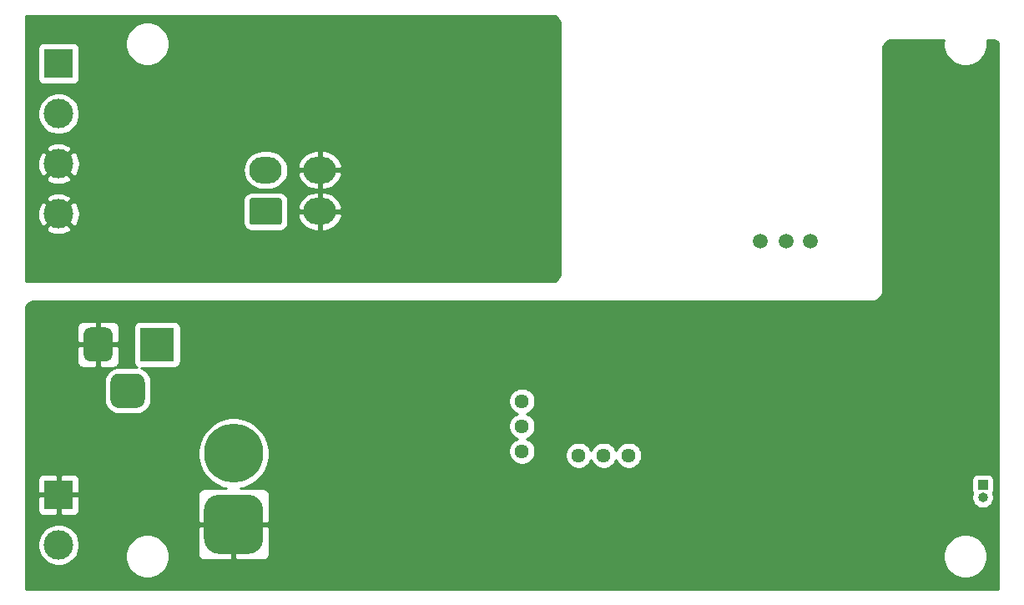
<source format=gbr>
G04 #@! TF.GenerationSoftware,KiCad,Pcbnew,5.1.10-88a1d61d58~90~ubuntu20.04.1*
G04 #@! TF.CreationDate,2021-10-05T00:38:42+01:00*
G04 #@! TF.ProjectId,lipo-discharge-protection-board,6c69706f-2d64-4697-9363-68617267652d,1*
G04 #@! TF.SameCoordinates,Original*
G04 #@! TF.FileFunction,Copper,L4,Bot*
G04 #@! TF.FilePolarity,Positive*
%FSLAX46Y46*%
G04 Gerber Fmt 4.6, Leading zero omitted, Abs format (unit mm)*
G04 Created by KiCad (PCBNEW 5.1.10-88a1d61d58~90~ubuntu20.04.1) date 2021-10-05 00:38:42*
%MOMM*%
%LPD*%
G01*
G04 APERTURE LIST*
G04 #@! TA.AperFunction,ComponentPad*
%ADD10C,3.000000*%
G04 #@! TD*
G04 #@! TA.AperFunction,ComponentPad*
%ADD11R,3.000000X3.000000*%
G04 #@! TD*
G04 #@! TA.AperFunction,ComponentPad*
%ADD12R,3.500000X3.500000*%
G04 #@! TD*
G04 #@! TA.AperFunction,ComponentPad*
%ADD13C,1.500000*%
G04 #@! TD*
G04 #@! TA.AperFunction,ComponentPad*
%ADD14C,6.000000*%
G04 #@! TD*
G04 #@! TA.AperFunction,ComponentPad*
%ADD15O,3.300000X2.700000*%
G04 #@! TD*
G04 #@! TA.AperFunction,ComponentPad*
%ADD16C,1.440000*%
G04 #@! TD*
G04 #@! TA.AperFunction,ComponentPad*
%ADD17R,1.000000X1.000000*%
G04 #@! TD*
G04 #@! TA.AperFunction,ComponentPad*
%ADD18O,1.000000X1.000000*%
G04 #@! TD*
G04 #@! TA.AperFunction,ViaPad*
%ADD19C,0.600000*%
G04 #@! TD*
G04 #@! TA.AperFunction,Conductor*
%ADD20C,0.254000*%
G04 #@! TD*
G04 #@! TA.AperFunction,Conductor*
%ADD21C,0.152400*%
G04 #@! TD*
G04 APERTURE END LIST*
D10*
X4000000Y-51080000D03*
X4000000Y-56160000D03*
D11*
X4000000Y-46000000D03*
D10*
X4000000Y-61240000D03*
D12*
X14000000Y-74500000D03*
G04 #@! TA.AperFunction,ComponentPad*
G36*
G01*
X6500000Y-75500000D02*
X6500000Y-73500000D01*
G75*
G02*
X7250000Y-72750000I750000J0D01*
G01*
X8750000Y-72750000D01*
G75*
G02*
X9500000Y-73500000I0J-750000D01*
G01*
X9500000Y-75500000D01*
G75*
G02*
X8750000Y-76250000I-750000J0D01*
G01*
X7250000Y-76250000D01*
G75*
G02*
X6500000Y-75500000I0J750000D01*
G01*
G37*
G04 #@! TD.AperFunction*
G04 #@! TA.AperFunction,ComponentPad*
G36*
G01*
X9250000Y-80075000D02*
X9250000Y-78325000D01*
G75*
G02*
X10125000Y-77450000I875000J0D01*
G01*
X11875000Y-77450000D01*
G75*
G02*
X12750000Y-78325000I0J-875000D01*
G01*
X12750000Y-80075000D01*
G75*
G02*
X11875000Y-80950000I-875000J0D01*
G01*
X10125000Y-80950000D01*
G75*
G02*
X9250000Y-80075000I0J875000D01*
G01*
G37*
G04 #@! TD.AperFunction*
D13*
X75200000Y-64000000D03*
X77800000Y-64000000D03*
X80300000Y-64000000D03*
D14*
X21750000Y-85550000D03*
G04 #@! TA.AperFunction,ComponentPad*
G36*
G01*
X23250000Y-95750000D02*
X20250000Y-95750000D01*
G75*
G02*
X18750000Y-94250000I0J1500000D01*
G01*
X18750000Y-91250000D01*
G75*
G02*
X20250000Y-89750000I1500000J0D01*
G01*
X23250000Y-89750000D01*
G75*
G02*
X24750000Y-91250000I0J-1500000D01*
G01*
X24750000Y-94250000D01*
G75*
G02*
X23250000Y-95750000I-1500000J0D01*
G01*
G37*
G04 #@! TD.AperFunction*
D11*
X4000000Y-89750000D03*
D10*
X4000000Y-94830000D03*
G04 #@! TA.AperFunction,ComponentPad*
G36*
G01*
X26399999Y-62350000D02*
X23600001Y-62350000D01*
G75*
G02*
X23350000Y-62099999I0J250001D01*
G01*
X23350000Y-59900001D01*
G75*
G02*
X23600001Y-59650000I250001J0D01*
G01*
X26399999Y-59650000D01*
G75*
G02*
X26650000Y-59900001I0J-250001D01*
G01*
X26650000Y-62099999D01*
G75*
G02*
X26399999Y-62350000I-250001J0D01*
G01*
G37*
G04 #@! TD.AperFunction*
D15*
X25000000Y-56800000D03*
X30500000Y-61000000D03*
X30500000Y-56800000D03*
D16*
X51000000Y-80250000D03*
X51000000Y-82790000D03*
X51000000Y-85330000D03*
X56750000Y-85750000D03*
X59290000Y-85750000D03*
X61830000Y-85750000D03*
D17*
X97750000Y-88750000D03*
D18*
X97750000Y-90020000D03*
D19*
X26000000Y-76250000D03*
X26750000Y-76250000D03*
X27500000Y-76250000D03*
X28250000Y-76250000D03*
X28750000Y-77000000D03*
X28000000Y-77000000D03*
X27250000Y-77000000D03*
X26500000Y-77000000D03*
X49000000Y-77000000D03*
X49750000Y-77000000D03*
X50500000Y-77000000D03*
X51250000Y-77000000D03*
X51750000Y-77750000D03*
X51000000Y-77750000D03*
X50250000Y-77750000D03*
X49500000Y-77750000D03*
X33000000Y-86000000D03*
X33000000Y-87000000D03*
X33000000Y-88000000D03*
X37000000Y-86000000D03*
X37000000Y-87000000D03*
X37000000Y-88000000D03*
X41000000Y-86000000D03*
X41000000Y-87000000D03*
X41000000Y-88000000D03*
X44000000Y-86000000D03*
X44000000Y-87000000D03*
X44000000Y-88000000D03*
X47000000Y-86000000D03*
X47000000Y-87000000D03*
X47000000Y-88000000D03*
X58000000Y-90000000D03*
X43000000Y-92000000D03*
X46000000Y-92000000D03*
X54000000Y-91000000D03*
X68500000Y-80000000D03*
X69250000Y-80000000D03*
X70000000Y-80000000D03*
X67750000Y-80000000D03*
X68250000Y-80750000D03*
X69000000Y-80750000D03*
X69750000Y-80750000D03*
X77750000Y-80750000D03*
X78500000Y-80750000D03*
X79250000Y-80750000D03*
X78750000Y-81500000D03*
X78000000Y-81500000D03*
X79500000Y-81500000D03*
X94500000Y-70300000D03*
X95200000Y-70300000D03*
X95900000Y-70300000D03*
X96600000Y-70300000D03*
X96300000Y-69600000D03*
X95600000Y-69600000D03*
X94900000Y-69600000D03*
X94200000Y-69600000D03*
X85000000Y-70500000D03*
X85800000Y-70500000D03*
X86600000Y-70500000D03*
X86200000Y-71100000D03*
X85400000Y-71100000D03*
X86300000Y-75600000D03*
X86300000Y-76400000D03*
X86300000Y-77200000D03*
X86300000Y-78000000D03*
X85600000Y-77500000D03*
X85600000Y-76700000D03*
X85600000Y-75900000D03*
X85600000Y-75100000D03*
X37200000Y-49600000D03*
X38000000Y-49600000D03*
X38800000Y-49600000D03*
X39600000Y-49600000D03*
X39200000Y-50300000D03*
X38400000Y-50300000D03*
X37600000Y-50300000D03*
X36800000Y-50300000D03*
D20*
X93765000Y-43779872D02*
X93765000Y-44220128D01*
X93850890Y-44651925D01*
X94019369Y-45058669D01*
X94263962Y-45424729D01*
X94575271Y-45736038D01*
X94941331Y-45980631D01*
X95348075Y-46149110D01*
X95779872Y-46235000D01*
X96220128Y-46235000D01*
X96651925Y-46149110D01*
X97058669Y-45980631D01*
X97424729Y-45736038D01*
X97736038Y-45424729D01*
X97980631Y-45058669D01*
X98149110Y-44651925D01*
X98235000Y-44220128D01*
X98235000Y-43779872D01*
X98204592Y-43627000D01*
X98743766Y-43627000D01*
X98920189Y-43644376D01*
X99083850Y-43694022D01*
X99234672Y-43774638D01*
X99345950Y-43865962D01*
X99345950Y-45032124D01*
X99345951Y-45032134D01*
X99345950Y-99345950D01*
X700490Y-99345950D01*
X694022Y-99333850D01*
X654050Y-99202080D01*
X654050Y-94619721D01*
X1865000Y-94619721D01*
X1865000Y-95040279D01*
X1947047Y-95452756D01*
X2107988Y-95841302D01*
X2341637Y-96190983D01*
X2639017Y-96488363D01*
X2988698Y-96722012D01*
X3377244Y-96882953D01*
X3789721Y-96965000D01*
X4210279Y-96965000D01*
X4622756Y-96882953D01*
X5011302Y-96722012D01*
X5360983Y-96488363D01*
X5658363Y-96190983D01*
X5892012Y-95841302D01*
X5917457Y-95779872D01*
X10765000Y-95779872D01*
X10765000Y-96220128D01*
X10850890Y-96651925D01*
X11019369Y-97058669D01*
X11263962Y-97424729D01*
X11575271Y-97736038D01*
X11941331Y-97980631D01*
X12348075Y-98149110D01*
X12779872Y-98235000D01*
X13220128Y-98235000D01*
X13651925Y-98149110D01*
X14058669Y-97980631D01*
X14424729Y-97736038D01*
X14736038Y-97424729D01*
X14980631Y-97058669D01*
X15149110Y-96651925D01*
X15235000Y-96220128D01*
X15235000Y-95779872D01*
X15229059Y-95750000D01*
X18111928Y-95750000D01*
X18124188Y-95874482D01*
X18160498Y-95994180D01*
X18219463Y-96104494D01*
X18298815Y-96201185D01*
X18395506Y-96280537D01*
X18505820Y-96339502D01*
X18625518Y-96375812D01*
X18750000Y-96388072D01*
X21464250Y-96385000D01*
X21623000Y-96226250D01*
X21623000Y-92877000D01*
X21877000Y-92877000D01*
X21877000Y-96226250D01*
X22035750Y-96385000D01*
X24750000Y-96388072D01*
X24874482Y-96375812D01*
X24994180Y-96339502D01*
X25104494Y-96280537D01*
X25201185Y-96201185D01*
X25280537Y-96104494D01*
X25339502Y-95994180D01*
X25375812Y-95874482D01*
X25385129Y-95779872D01*
X93765000Y-95779872D01*
X93765000Y-96220128D01*
X93850890Y-96651925D01*
X94019369Y-97058669D01*
X94263962Y-97424729D01*
X94575271Y-97736038D01*
X94941331Y-97980631D01*
X95348075Y-98149110D01*
X95779872Y-98235000D01*
X96220128Y-98235000D01*
X96651925Y-98149110D01*
X97058669Y-97980631D01*
X97424729Y-97736038D01*
X97736038Y-97424729D01*
X97980631Y-97058669D01*
X98149110Y-96651925D01*
X98235000Y-96220128D01*
X98235000Y-95779872D01*
X98149110Y-95348075D01*
X97980631Y-94941331D01*
X97736038Y-94575271D01*
X97424729Y-94263962D01*
X97058669Y-94019369D01*
X96651925Y-93850890D01*
X96220128Y-93765000D01*
X95779872Y-93765000D01*
X95348075Y-93850890D01*
X94941331Y-94019369D01*
X94575271Y-94263962D01*
X94263962Y-94575271D01*
X94019369Y-94941331D01*
X93850890Y-95348075D01*
X93765000Y-95779872D01*
X25385129Y-95779872D01*
X25388072Y-95750000D01*
X25385000Y-93035750D01*
X25226250Y-92877000D01*
X21877000Y-92877000D01*
X21623000Y-92877000D01*
X18273750Y-92877000D01*
X18115000Y-93035750D01*
X18111928Y-95750000D01*
X15229059Y-95750000D01*
X15149110Y-95348075D01*
X14980631Y-94941331D01*
X14736038Y-94575271D01*
X14424729Y-94263962D01*
X14058669Y-94019369D01*
X13651925Y-93850890D01*
X13220128Y-93765000D01*
X12779872Y-93765000D01*
X12348075Y-93850890D01*
X11941331Y-94019369D01*
X11575271Y-94263962D01*
X11263962Y-94575271D01*
X11019369Y-94941331D01*
X10850890Y-95348075D01*
X10765000Y-95779872D01*
X5917457Y-95779872D01*
X6052953Y-95452756D01*
X6135000Y-95040279D01*
X6135000Y-94619721D01*
X6052953Y-94207244D01*
X5892012Y-93818698D01*
X5658363Y-93469017D01*
X5360983Y-93171637D01*
X5011302Y-92937988D01*
X4622756Y-92777047D01*
X4210279Y-92695000D01*
X3789721Y-92695000D01*
X3377244Y-92777047D01*
X2988698Y-92937988D01*
X2639017Y-93171637D01*
X2341637Y-93469017D01*
X2107988Y-93818698D01*
X1947047Y-94207244D01*
X1865000Y-94619721D01*
X654050Y-94619721D01*
X654050Y-91250000D01*
X1861928Y-91250000D01*
X1874188Y-91374482D01*
X1910498Y-91494180D01*
X1969463Y-91604494D01*
X2048815Y-91701185D01*
X2145506Y-91780537D01*
X2255820Y-91839502D01*
X2375518Y-91875812D01*
X2500000Y-91888072D01*
X3714250Y-91885000D01*
X3873000Y-91726250D01*
X3873000Y-89877000D01*
X4127000Y-89877000D01*
X4127000Y-91726250D01*
X4285750Y-91885000D01*
X5500000Y-91888072D01*
X5624482Y-91875812D01*
X5744180Y-91839502D01*
X5854494Y-91780537D01*
X5951185Y-91701185D01*
X6030537Y-91604494D01*
X6089502Y-91494180D01*
X6125812Y-91374482D01*
X6138072Y-91250000D01*
X6135000Y-90035750D01*
X5976250Y-89877000D01*
X4127000Y-89877000D01*
X3873000Y-89877000D01*
X2023750Y-89877000D01*
X1865000Y-90035750D01*
X1861928Y-91250000D01*
X654050Y-91250000D01*
X654050Y-89750000D01*
X18111928Y-89750000D01*
X18115000Y-92464250D01*
X18273750Y-92623000D01*
X21623000Y-92623000D01*
X21623000Y-92603000D01*
X21877000Y-92603000D01*
X21877000Y-92623000D01*
X25226250Y-92623000D01*
X25385000Y-92464250D01*
X25388072Y-89750000D01*
X25375812Y-89625518D01*
X25339502Y-89505820D01*
X25280537Y-89395506D01*
X25201185Y-89298815D01*
X25104494Y-89219463D01*
X24994180Y-89160498D01*
X24874482Y-89124188D01*
X24750000Y-89111928D01*
X22462357Y-89114517D01*
X22810290Y-89045309D01*
X23471818Y-88771295D01*
X24067177Y-88373489D01*
X24190666Y-88250000D01*
X96611928Y-88250000D01*
X96611928Y-89250000D01*
X96624188Y-89374482D01*
X96660498Y-89494180D01*
X96704888Y-89577226D01*
X96658617Y-89688933D01*
X96615000Y-89908212D01*
X96615000Y-90131788D01*
X96658617Y-90351067D01*
X96744176Y-90557624D01*
X96868388Y-90743520D01*
X97026480Y-90901612D01*
X97212376Y-91025824D01*
X97418933Y-91111383D01*
X97638212Y-91155000D01*
X97861788Y-91155000D01*
X98081067Y-91111383D01*
X98287624Y-91025824D01*
X98473520Y-90901612D01*
X98631612Y-90743520D01*
X98755824Y-90557624D01*
X98841383Y-90351067D01*
X98885000Y-90131788D01*
X98885000Y-89908212D01*
X98841383Y-89688933D01*
X98795112Y-89577226D01*
X98839502Y-89494180D01*
X98875812Y-89374482D01*
X98888072Y-89250000D01*
X98888072Y-88250000D01*
X98875812Y-88125518D01*
X98839502Y-88005820D01*
X98780537Y-87895506D01*
X98701185Y-87798815D01*
X98604494Y-87719463D01*
X98494180Y-87660498D01*
X98374482Y-87624188D01*
X98250000Y-87611928D01*
X97250000Y-87611928D01*
X97125518Y-87624188D01*
X97005820Y-87660498D01*
X96895506Y-87719463D01*
X96798815Y-87798815D01*
X96719463Y-87895506D01*
X96660498Y-88005820D01*
X96624188Y-88125518D01*
X96611928Y-88250000D01*
X24190666Y-88250000D01*
X24573489Y-87867177D01*
X24971295Y-87271818D01*
X25245309Y-86610290D01*
X25385000Y-85908016D01*
X25385000Y-85191984D01*
X25245309Y-84489710D01*
X24971295Y-83828182D01*
X24573489Y-83232823D01*
X24067177Y-82726511D01*
X23471818Y-82328705D01*
X22810290Y-82054691D01*
X22108016Y-81915000D01*
X21391984Y-81915000D01*
X20689710Y-82054691D01*
X20028182Y-82328705D01*
X19432823Y-82726511D01*
X18926511Y-83232823D01*
X18528705Y-83828182D01*
X18254691Y-84489710D01*
X18115000Y-85191984D01*
X18115000Y-85908016D01*
X18254691Y-86610290D01*
X18528705Y-87271818D01*
X18926511Y-87867177D01*
X19432823Y-88373489D01*
X20028182Y-88771295D01*
X20689710Y-89045309D01*
X21037643Y-89114517D01*
X18750000Y-89111928D01*
X18625518Y-89124188D01*
X18505820Y-89160498D01*
X18395506Y-89219463D01*
X18298815Y-89298815D01*
X18219463Y-89395506D01*
X18160498Y-89505820D01*
X18124188Y-89625518D01*
X18111928Y-89750000D01*
X654050Y-89750000D01*
X654050Y-88250000D01*
X1861928Y-88250000D01*
X1865000Y-89464250D01*
X2023750Y-89623000D01*
X3873000Y-89623000D01*
X3873000Y-87773750D01*
X4127000Y-87773750D01*
X4127000Y-89623000D01*
X5976250Y-89623000D01*
X6135000Y-89464250D01*
X6138072Y-88250000D01*
X6125812Y-88125518D01*
X6089502Y-88005820D01*
X6030537Y-87895506D01*
X5951185Y-87798815D01*
X5854494Y-87719463D01*
X5744180Y-87660498D01*
X5624482Y-87624188D01*
X5500000Y-87611928D01*
X4285750Y-87615000D01*
X4127000Y-87773750D01*
X3873000Y-87773750D01*
X3714250Y-87615000D01*
X2500000Y-87611928D01*
X2375518Y-87624188D01*
X2255820Y-87660498D01*
X2145506Y-87719463D01*
X2048815Y-87798815D01*
X1969463Y-87895506D01*
X1910498Y-88005820D01*
X1874188Y-88125518D01*
X1861928Y-88250000D01*
X654050Y-88250000D01*
X654050Y-78325000D01*
X8611928Y-78325000D01*
X8611928Y-80075000D01*
X8641001Y-80370186D01*
X8727104Y-80654028D01*
X8866927Y-80915618D01*
X9055097Y-81144903D01*
X9284382Y-81333073D01*
X9545972Y-81472896D01*
X9829814Y-81558999D01*
X10125000Y-81588072D01*
X11875000Y-81588072D01*
X12170186Y-81558999D01*
X12454028Y-81472896D01*
X12715618Y-81333073D01*
X12944903Y-81144903D01*
X13133073Y-80915618D01*
X13272896Y-80654028D01*
X13358999Y-80370186D01*
X13383980Y-80116544D01*
X49645000Y-80116544D01*
X49645000Y-80383456D01*
X49697072Y-80645239D01*
X49799215Y-80891833D01*
X49947503Y-81113762D01*
X50136238Y-81302497D01*
X50358167Y-81450785D01*
X50525266Y-81520000D01*
X50358167Y-81589215D01*
X50136238Y-81737503D01*
X49947503Y-81926238D01*
X49799215Y-82148167D01*
X49697072Y-82394761D01*
X49645000Y-82656544D01*
X49645000Y-82923456D01*
X49697072Y-83185239D01*
X49799215Y-83431833D01*
X49947503Y-83653762D01*
X50136238Y-83842497D01*
X50358167Y-83990785D01*
X50525266Y-84060000D01*
X50358167Y-84129215D01*
X50136238Y-84277503D01*
X49947503Y-84466238D01*
X49799215Y-84688167D01*
X49697072Y-84934761D01*
X49645000Y-85196544D01*
X49645000Y-85463456D01*
X49697072Y-85725239D01*
X49799215Y-85971833D01*
X49947503Y-86193762D01*
X50136238Y-86382497D01*
X50358167Y-86530785D01*
X50604761Y-86632928D01*
X50866544Y-86685000D01*
X51133456Y-86685000D01*
X51395239Y-86632928D01*
X51641833Y-86530785D01*
X51863762Y-86382497D01*
X52052497Y-86193762D01*
X52200785Y-85971833D01*
X52302928Y-85725239D01*
X52324548Y-85616544D01*
X55395000Y-85616544D01*
X55395000Y-85883456D01*
X55447072Y-86145239D01*
X55549215Y-86391833D01*
X55697503Y-86613762D01*
X55886238Y-86802497D01*
X56108167Y-86950785D01*
X56354761Y-87052928D01*
X56616544Y-87105000D01*
X56883456Y-87105000D01*
X57145239Y-87052928D01*
X57391833Y-86950785D01*
X57613762Y-86802497D01*
X57802497Y-86613762D01*
X57950785Y-86391833D01*
X58020000Y-86224734D01*
X58089215Y-86391833D01*
X58237503Y-86613762D01*
X58426238Y-86802497D01*
X58648167Y-86950785D01*
X58894761Y-87052928D01*
X59156544Y-87105000D01*
X59423456Y-87105000D01*
X59685239Y-87052928D01*
X59931833Y-86950785D01*
X60153762Y-86802497D01*
X60342497Y-86613762D01*
X60490785Y-86391833D01*
X60560000Y-86224734D01*
X60629215Y-86391833D01*
X60777503Y-86613762D01*
X60966238Y-86802497D01*
X61188167Y-86950785D01*
X61434761Y-87052928D01*
X61696544Y-87105000D01*
X61963456Y-87105000D01*
X62225239Y-87052928D01*
X62471833Y-86950785D01*
X62693762Y-86802497D01*
X62882497Y-86613762D01*
X63030785Y-86391833D01*
X63132928Y-86145239D01*
X63185000Y-85883456D01*
X63185000Y-85616544D01*
X63132928Y-85354761D01*
X63030785Y-85108167D01*
X62882497Y-84886238D01*
X62693762Y-84697503D01*
X62471833Y-84549215D01*
X62225239Y-84447072D01*
X61963456Y-84395000D01*
X61696544Y-84395000D01*
X61434761Y-84447072D01*
X61188167Y-84549215D01*
X60966238Y-84697503D01*
X60777503Y-84886238D01*
X60629215Y-85108167D01*
X60560000Y-85275266D01*
X60490785Y-85108167D01*
X60342497Y-84886238D01*
X60153762Y-84697503D01*
X59931833Y-84549215D01*
X59685239Y-84447072D01*
X59423456Y-84395000D01*
X59156544Y-84395000D01*
X58894761Y-84447072D01*
X58648167Y-84549215D01*
X58426238Y-84697503D01*
X58237503Y-84886238D01*
X58089215Y-85108167D01*
X58020000Y-85275266D01*
X57950785Y-85108167D01*
X57802497Y-84886238D01*
X57613762Y-84697503D01*
X57391833Y-84549215D01*
X57145239Y-84447072D01*
X56883456Y-84395000D01*
X56616544Y-84395000D01*
X56354761Y-84447072D01*
X56108167Y-84549215D01*
X55886238Y-84697503D01*
X55697503Y-84886238D01*
X55549215Y-85108167D01*
X55447072Y-85354761D01*
X55395000Y-85616544D01*
X52324548Y-85616544D01*
X52355000Y-85463456D01*
X52355000Y-85196544D01*
X52302928Y-84934761D01*
X52200785Y-84688167D01*
X52052497Y-84466238D01*
X51863762Y-84277503D01*
X51641833Y-84129215D01*
X51474734Y-84060000D01*
X51641833Y-83990785D01*
X51863762Y-83842497D01*
X52052497Y-83653762D01*
X52200785Y-83431833D01*
X52302928Y-83185239D01*
X52355000Y-82923456D01*
X52355000Y-82656544D01*
X52302928Y-82394761D01*
X52200785Y-82148167D01*
X52052497Y-81926238D01*
X51863762Y-81737503D01*
X51641833Y-81589215D01*
X51474734Y-81520000D01*
X51641833Y-81450785D01*
X51863762Y-81302497D01*
X52052497Y-81113762D01*
X52200785Y-80891833D01*
X52302928Y-80645239D01*
X52355000Y-80383456D01*
X52355000Y-80116544D01*
X52302928Y-79854761D01*
X52200785Y-79608167D01*
X52052497Y-79386238D01*
X51863762Y-79197503D01*
X51641833Y-79049215D01*
X51395239Y-78947072D01*
X51133456Y-78895000D01*
X50866544Y-78895000D01*
X50604761Y-78947072D01*
X50358167Y-79049215D01*
X50136238Y-79197503D01*
X49947503Y-79386238D01*
X49799215Y-79608167D01*
X49697072Y-79854761D01*
X49645000Y-80116544D01*
X13383980Y-80116544D01*
X13388072Y-80075000D01*
X13388072Y-78325000D01*
X13358999Y-78029814D01*
X13272896Y-77745972D01*
X13133073Y-77484382D01*
X12944903Y-77255097D01*
X12715618Y-77066927D01*
X12454028Y-76927104D01*
X12325357Y-76888072D01*
X15750000Y-76888072D01*
X15874482Y-76875812D01*
X15994180Y-76839502D01*
X16104494Y-76780537D01*
X16201185Y-76701185D01*
X16280537Y-76604494D01*
X16339502Y-76494180D01*
X16375812Y-76374482D01*
X16388072Y-76250000D01*
X16388072Y-72750000D01*
X16375812Y-72625518D01*
X16339502Y-72505820D01*
X16280537Y-72395506D01*
X16201185Y-72298815D01*
X16104494Y-72219463D01*
X15994180Y-72160498D01*
X15874482Y-72124188D01*
X15750000Y-72111928D01*
X12250000Y-72111928D01*
X12125518Y-72124188D01*
X12005820Y-72160498D01*
X11895506Y-72219463D01*
X11798815Y-72298815D01*
X11719463Y-72395506D01*
X11660498Y-72505820D01*
X11624188Y-72625518D01*
X11611928Y-72750000D01*
X11611928Y-76250000D01*
X11624188Y-76374482D01*
X11660498Y-76494180D01*
X11719463Y-76604494D01*
X11798815Y-76701185D01*
X11895506Y-76780537D01*
X11972131Y-76821494D01*
X11875000Y-76811928D01*
X10125000Y-76811928D01*
X9829814Y-76841001D01*
X9545972Y-76927104D01*
X9284382Y-77066927D01*
X9055097Y-77255097D01*
X8866927Y-77484382D01*
X8727104Y-77745972D01*
X8641001Y-78029814D01*
X8611928Y-78325000D01*
X654050Y-78325000D01*
X654050Y-76250000D01*
X5861928Y-76250000D01*
X5874188Y-76374482D01*
X5910498Y-76494180D01*
X5969463Y-76604494D01*
X6048815Y-76701185D01*
X6145506Y-76780537D01*
X6255820Y-76839502D01*
X6375518Y-76875812D01*
X6500000Y-76888072D01*
X7714250Y-76885000D01*
X7873000Y-76726250D01*
X7873000Y-74627000D01*
X8127000Y-74627000D01*
X8127000Y-76726250D01*
X8285750Y-76885000D01*
X9500000Y-76888072D01*
X9624482Y-76875812D01*
X9744180Y-76839502D01*
X9854494Y-76780537D01*
X9951185Y-76701185D01*
X10030537Y-76604494D01*
X10089502Y-76494180D01*
X10125812Y-76374482D01*
X10138072Y-76250000D01*
X10135000Y-74785750D01*
X9976250Y-74627000D01*
X8127000Y-74627000D01*
X7873000Y-74627000D01*
X6023750Y-74627000D01*
X5865000Y-74785750D01*
X5861928Y-76250000D01*
X654050Y-76250000D01*
X654050Y-72750000D01*
X5861928Y-72750000D01*
X5865000Y-74214250D01*
X6023750Y-74373000D01*
X7873000Y-74373000D01*
X7873000Y-72273750D01*
X8127000Y-72273750D01*
X8127000Y-74373000D01*
X9976250Y-74373000D01*
X10135000Y-74214250D01*
X10138072Y-72750000D01*
X10125812Y-72625518D01*
X10089502Y-72505820D01*
X10030537Y-72395506D01*
X9951185Y-72298815D01*
X9854494Y-72219463D01*
X9744180Y-72160498D01*
X9624482Y-72124188D01*
X9500000Y-72111928D01*
X8285750Y-72115000D01*
X8127000Y-72273750D01*
X7873000Y-72273750D01*
X7714250Y-72115000D01*
X6500000Y-72111928D01*
X6375518Y-72124188D01*
X6255820Y-72160498D01*
X6145506Y-72219463D01*
X6048815Y-72298815D01*
X5969463Y-72395506D01*
X5910498Y-72505820D01*
X5874188Y-72625518D01*
X5861928Y-72750000D01*
X654050Y-72750000D01*
X654050Y-70797920D01*
X694022Y-70666150D01*
X774638Y-70515328D01*
X883130Y-70383130D01*
X1015328Y-70274638D01*
X1166150Y-70194022D01*
X1329811Y-70144376D01*
X1506234Y-70127000D01*
X86500000Y-70127000D01*
X86512448Y-70126388D01*
X86707538Y-70107173D01*
X86731956Y-70102317D01*
X86919549Y-70045412D01*
X86942550Y-70035884D01*
X87115437Y-69943474D01*
X87136138Y-69929642D01*
X87287675Y-69805279D01*
X87305279Y-69787675D01*
X87429642Y-69636138D01*
X87443474Y-69615437D01*
X87535884Y-69442550D01*
X87545412Y-69419549D01*
X87602317Y-69231956D01*
X87607173Y-69207538D01*
X87626388Y-69012448D01*
X87627000Y-69000000D01*
X87627000Y-44506234D01*
X87644376Y-44329811D01*
X87694022Y-44166150D01*
X87774638Y-44015328D01*
X87883130Y-43883130D01*
X88015328Y-43774638D01*
X88166150Y-43694022D01*
X88329811Y-43644376D01*
X88506234Y-43627000D01*
X93795408Y-43627000D01*
X93765000Y-43779872D01*
G04 #@! TA.AperFunction,Conductor*
D21*
G36*
X93765000Y-43779872D02*
G01*
X93765000Y-44220128D01*
X93850890Y-44651925D01*
X94019369Y-45058669D01*
X94263962Y-45424729D01*
X94575271Y-45736038D01*
X94941331Y-45980631D01*
X95348075Y-46149110D01*
X95779872Y-46235000D01*
X96220128Y-46235000D01*
X96651925Y-46149110D01*
X97058669Y-45980631D01*
X97424729Y-45736038D01*
X97736038Y-45424729D01*
X97980631Y-45058669D01*
X98149110Y-44651925D01*
X98235000Y-44220128D01*
X98235000Y-43779872D01*
X98204592Y-43627000D01*
X98743766Y-43627000D01*
X98920189Y-43644376D01*
X99083850Y-43694022D01*
X99234672Y-43774638D01*
X99345950Y-43865962D01*
X99345950Y-45032124D01*
X99345951Y-45032134D01*
X99345950Y-99345950D01*
X700490Y-99345950D01*
X694022Y-99333850D01*
X654050Y-99202080D01*
X654050Y-94619721D01*
X1865000Y-94619721D01*
X1865000Y-95040279D01*
X1947047Y-95452756D01*
X2107988Y-95841302D01*
X2341637Y-96190983D01*
X2639017Y-96488363D01*
X2988698Y-96722012D01*
X3377244Y-96882953D01*
X3789721Y-96965000D01*
X4210279Y-96965000D01*
X4622756Y-96882953D01*
X5011302Y-96722012D01*
X5360983Y-96488363D01*
X5658363Y-96190983D01*
X5892012Y-95841302D01*
X5917457Y-95779872D01*
X10765000Y-95779872D01*
X10765000Y-96220128D01*
X10850890Y-96651925D01*
X11019369Y-97058669D01*
X11263962Y-97424729D01*
X11575271Y-97736038D01*
X11941331Y-97980631D01*
X12348075Y-98149110D01*
X12779872Y-98235000D01*
X13220128Y-98235000D01*
X13651925Y-98149110D01*
X14058669Y-97980631D01*
X14424729Y-97736038D01*
X14736038Y-97424729D01*
X14980631Y-97058669D01*
X15149110Y-96651925D01*
X15235000Y-96220128D01*
X15235000Y-95779872D01*
X15229059Y-95750000D01*
X18111928Y-95750000D01*
X18124188Y-95874482D01*
X18160498Y-95994180D01*
X18219463Y-96104494D01*
X18298815Y-96201185D01*
X18395506Y-96280537D01*
X18505820Y-96339502D01*
X18625518Y-96375812D01*
X18750000Y-96388072D01*
X21464250Y-96385000D01*
X21623000Y-96226250D01*
X21623000Y-92877000D01*
X21877000Y-92877000D01*
X21877000Y-96226250D01*
X22035750Y-96385000D01*
X24750000Y-96388072D01*
X24874482Y-96375812D01*
X24994180Y-96339502D01*
X25104494Y-96280537D01*
X25201185Y-96201185D01*
X25280537Y-96104494D01*
X25339502Y-95994180D01*
X25375812Y-95874482D01*
X25385129Y-95779872D01*
X93765000Y-95779872D01*
X93765000Y-96220128D01*
X93850890Y-96651925D01*
X94019369Y-97058669D01*
X94263962Y-97424729D01*
X94575271Y-97736038D01*
X94941331Y-97980631D01*
X95348075Y-98149110D01*
X95779872Y-98235000D01*
X96220128Y-98235000D01*
X96651925Y-98149110D01*
X97058669Y-97980631D01*
X97424729Y-97736038D01*
X97736038Y-97424729D01*
X97980631Y-97058669D01*
X98149110Y-96651925D01*
X98235000Y-96220128D01*
X98235000Y-95779872D01*
X98149110Y-95348075D01*
X97980631Y-94941331D01*
X97736038Y-94575271D01*
X97424729Y-94263962D01*
X97058669Y-94019369D01*
X96651925Y-93850890D01*
X96220128Y-93765000D01*
X95779872Y-93765000D01*
X95348075Y-93850890D01*
X94941331Y-94019369D01*
X94575271Y-94263962D01*
X94263962Y-94575271D01*
X94019369Y-94941331D01*
X93850890Y-95348075D01*
X93765000Y-95779872D01*
X25385129Y-95779872D01*
X25388072Y-95750000D01*
X25385000Y-93035750D01*
X25226250Y-92877000D01*
X21877000Y-92877000D01*
X21623000Y-92877000D01*
X18273750Y-92877000D01*
X18115000Y-93035750D01*
X18111928Y-95750000D01*
X15229059Y-95750000D01*
X15149110Y-95348075D01*
X14980631Y-94941331D01*
X14736038Y-94575271D01*
X14424729Y-94263962D01*
X14058669Y-94019369D01*
X13651925Y-93850890D01*
X13220128Y-93765000D01*
X12779872Y-93765000D01*
X12348075Y-93850890D01*
X11941331Y-94019369D01*
X11575271Y-94263962D01*
X11263962Y-94575271D01*
X11019369Y-94941331D01*
X10850890Y-95348075D01*
X10765000Y-95779872D01*
X5917457Y-95779872D01*
X6052953Y-95452756D01*
X6135000Y-95040279D01*
X6135000Y-94619721D01*
X6052953Y-94207244D01*
X5892012Y-93818698D01*
X5658363Y-93469017D01*
X5360983Y-93171637D01*
X5011302Y-92937988D01*
X4622756Y-92777047D01*
X4210279Y-92695000D01*
X3789721Y-92695000D01*
X3377244Y-92777047D01*
X2988698Y-92937988D01*
X2639017Y-93171637D01*
X2341637Y-93469017D01*
X2107988Y-93818698D01*
X1947047Y-94207244D01*
X1865000Y-94619721D01*
X654050Y-94619721D01*
X654050Y-91250000D01*
X1861928Y-91250000D01*
X1874188Y-91374482D01*
X1910498Y-91494180D01*
X1969463Y-91604494D01*
X2048815Y-91701185D01*
X2145506Y-91780537D01*
X2255820Y-91839502D01*
X2375518Y-91875812D01*
X2500000Y-91888072D01*
X3714250Y-91885000D01*
X3873000Y-91726250D01*
X3873000Y-89877000D01*
X4127000Y-89877000D01*
X4127000Y-91726250D01*
X4285750Y-91885000D01*
X5500000Y-91888072D01*
X5624482Y-91875812D01*
X5744180Y-91839502D01*
X5854494Y-91780537D01*
X5951185Y-91701185D01*
X6030537Y-91604494D01*
X6089502Y-91494180D01*
X6125812Y-91374482D01*
X6138072Y-91250000D01*
X6135000Y-90035750D01*
X5976250Y-89877000D01*
X4127000Y-89877000D01*
X3873000Y-89877000D01*
X2023750Y-89877000D01*
X1865000Y-90035750D01*
X1861928Y-91250000D01*
X654050Y-91250000D01*
X654050Y-89750000D01*
X18111928Y-89750000D01*
X18115000Y-92464250D01*
X18273750Y-92623000D01*
X21623000Y-92623000D01*
X21623000Y-92603000D01*
X21877000Y-92603000D01*
X21877000Y-92623000D01*
X25226250Y-92623000D01*
X25385000Y-92464250D01*
X25388072Y-89750000D01*
X25375812Y-89625518D01*
X25339502Y-89505820D01*
X25280537Y-89395506D01*
X25201185Y-89298815D01*
X25104494Y-89219463D01*
X24994180Y-89160498D01*
X24874482Y-89124188D01*
X24750000Y-89111928D01*
X22462357Y-89114517D01*
X22810290Y-89045309D01*
X23471818Y-88771295D01*
X24067177Y-88373489D01*
X24190666Y-88250000D01*
X96611928Y-88250000D01*
X96611928Y-89250000D01*
X96624188Y-89374482D01*
X96660498Y-89494180D01*
X96704888Y-89577226D01*
X96658617Y-89688933D01*
X96615000Y-89908212D01*
X96615000Y-90131788D01*
X96658617Y-90351067D01*
X96744176Y-90557624D01*
X96868388Y-90743520D01*
X97026480Y-90901612D01*
X97212376Y-91025824D01*
X97418933Y-91111383D01*
X97638212Y-91155000D01*
X97861788Y-91155000D01*
X98081067Y-91111383D01*
X98287624Y-91025824D01*
X98473520Y-90901612D01*
X98631612Y-90743520D01*
X98755824Y-90557624D01*
X98841383Y-90351067D01*
X98885000Y-90131788D01*
X98885000Y-89908212D01*
X98841383Y-89688933D01*
X98795112Y-89577226D01*
X98839502Y-89494180D01*
X98875812Y-89374482D01*
X98888072Y-89250000D01*
X98888072Y-88250000D01*
X98875812Y-88125518D01*
X98839502Y-88005820D01*
X98780537Y-87895506D01*
X98701185Y-87798815D01*
X98604494Y-87719463D01*
X98494180Y-87660498D01*
X98374482Y-87624188D01*
X98250000Y-87611928D01*
X97250000Y-87611928D01*
X97125518Y-87624188D01*
X97005820Y-87660498D01*
X96895506Y-87719463D01*
X96798815Y-87798815D01*
X96719463Y-87895506D01*
X96660498Y-88005820D01*
X96624188Y-88125518D01*
X96611928Y-88250000D01*
X24190666Y-88250000D01*
X24573489Y-87867177D01*
X24971295Y-87271818D01*
X25245309Y-86610290D01*
X25385000Y-85908016D01*
X25385000Y-85191984D01*
X25245309Y-84489710D01*
X24971295Y-83828182D01*
X24573489Y-83232823D01*
X24067177Y-82726511D01*
X23471818Y-82328705D01*
X22810290Y-82054691D01*
X22108016Y-81915000D01*
X21391984Y-81915000D01*
X20689710Y-82054691D01*
X20028182Y-82328705D01*
X19432823Y-82726511D01*
X18926511Y-83232823D01*
X18528705Y-83828182D01*
X18254691Y-84489710D01*
X18115000Y-85191984D01*
X18115000Y-85908016D01*
X18254691Y-86610290D01*
X18528705Y-87271818D01*
X18926511Y-87867177D01*
X19432823Y-88373489D01*
X20028182Y-88771295D01*
X20689710Y-89045309D01*
X21037643Y-89114517D01*
X18750000Y-89111928D01*
X18625518Y-89124188D01*
X18505820Y-89160498D01*
X18395506Y-89219463D01*
X18298815Y-89298815D01*
X18219463Y-89395506D01*
X18160498Y-89505820D01*
X18124188Y-89625518D01*
X18111928Y-89750000D01*
X654050Y-89750000D01*
X654050Y-88250000D01*
X1861928Y-88250000D01*
X1865000Y-89464250D01*
X2023750Y-89623000D01*
X3873000Y-89623000D01*
X3873000Y-87773750D01*
X4127000Y-87773750D01*
X4127000Y-89623000D01*
X5976250Y-89623000D01*
X6135000Y-89464250D01*
X6138072Y-88250000D01*
X6125812Y-88125518D01*
X6089502Y-88005820D01*
X6030537Y-87895506D01*
X5951185Y-87798815D01*
X5854494Y-87719463D01*
X5744180Y-87660498D01*
X5624482Y-87624188D01*
X5500000Y-87611928D01*
X4285750Y-87615000D01*
X4127000Y-87773750D01*
X3873000Y-87773750D01*
X3714250Y-87615000D01*
X2500000Y-87611928D01*
X2375518Y-87624188D01*
X2255820Y-87660498D01*
X2145506Y-87719463D01*
X2048815Y-87798815D01*
X1969463Y-87895506D01*
X1910498Y-88005820D01*
X1874188Y-88125518D01*
X1861928Y-88250000D01*
X654050Y-88250000D01*
X654050Y-78325000D01*
X8611928Y-78325000D01*
X8611928Y-80075000D01*
X8641001Y-80370186D01*
X8727104Y-80654028D01*
X8866927Y-80915618D01*
X9055097Y-81144903D01*
X9284382Y-81333073D01*
X9545972Y-81472896D01*
X9829814Y-81558999D01*
X10125000Y-81588072D01*
X11875000Y-81588072D01*
X12170186Y-81558999D01*
X12454028Y-81472896D01*
X12715618Y-81333073D01*
X12944903Y-81144903D01*
X13133073Y-80915618D01*
X13272896Y-80654028D01*
X13358999Y-80370186D01*
X13383980Y-80116544D01*
X49645000Y-80116544D01*
X49645000Y-80383456D01*
X49697072Y-80645239D01*
X49799215Y-80891833D01*
X49947503Y-81113762D01*
X50136238Y-81302497D01*
X50358167Y-81450785D01*
X50525266Y-81520000D01*
X50358167Y-81589215D01*
X50136238Y-81737503D01*
X49947503Y-81926238D01*
X49799215Y-82148167D01*
X49697072Y-82394761D01*
X49645000Y-82656544D01*
X49645000Y-82923456D01*
X49697072Y-83185239D01*
X49799215Y-83431833D01*
X49947503Y-83653762D01*
X50136238Y-83842497D01*
X50358167Y-83990785D01*
X50525266Y-84060000D01*
X50358167Y-84129215D01*
X50136238Y-84277503D01*
X49947503Y-84466238D01*
X49799215Y-84688167D01*
X49697072Y-84934761D01*
X49645000Y-85196544D01*
X49645000Y-85463456D01*
X49697072Y-85725239D01*
X49799215Y-85971833D01*
X49947503Y-86193762D01*
X50136238Y-86382497D01*
X50358167Y-86530785D01*
X50604761Y-86632928D01*
X50866544Y-86685000D01*
X51133456Y-86685000D01*
X51395239Y-86632928D01*
X51641833Y-86530785D01*
X51863762Y-86382497D01*
X52052497Y-86193762D01*
X52200785Y-85971833D01*
X52302928Y-85725239D01*
X52324548Y-85616544D01*
X55395000Y-85616544D01*
X55395000Y-85883456D01*
X55447072Y-86145239D01*
X55549215Y-86391833D01*
X55697503Y-86613762D01*
X55886238Y-86802497D01*
X56108167Y-86950785D01*
X56354761Y-87052928D01*
X56616544Y-87105000D01*
X56883456Y-87105000D01*
X57145239Y-87052928D01*
X57391833Y-86950785D01*
X57613762Y-86802497D01*
X57802497Y-86613762D01*
X57950785Y-86391833D01*
X58020000Y-86224734D01*
X58089215Y-86391833D01*
X58237503Y-86613762D01*
X58426238Y-86802497D01*
X58648167Y-86950785D01*
X58894761Y-87052928D01*
X59156544Y-87105000D01*
X59423456Y-87105000D01*
X59685239Y-87052928D01*
X59931833Y-86950785D01*
X60153762Y-86802497D01*
X60342497Y-86613762D01*
X60490785Y-86391833D01*
X60560000Y-86224734D01*
X60629215Y-86391833D01*
X60777503Y-86613762D01*
X60966238Y-86802497D01*
X61188167Y-86950785D01*
X61434761Y-87052928D01*
X61696544Y-87105000D01*
X61963456Y-87105000D01*
X62225239Y-87052928D01*
X62471833Y-86950785D01*
X62693762Y-86802497D01*
X62882497Y-86613762D01*
X63030785Y-86391833D01*
X63132928Y-86145239D01*
X63185000Y-85883456D01*
X63185000Y-85616544D01*
X63132928Y-85354761D01*
X63030785Y-85108167D01*
X62882497Y-84886238D01*
X62693762Y-84697503D01*
X62471833Y-84549215D01*
X62225239Y-84447072D01*
X61963456Y-84395000D01*
X61696544Y-84395000D01*
X61434761Y-84447072D01*
X61188167Y-84549215D01*
X60966238Y-84697503D01*
X60777503Y-84886238D01*
X60629215Y-85108167D01*
X60560000Y-85275266D01*
X60490785Y-85108167D01*
X60342497Y-84886238D01*
X60153762Y-84697503D01*
X59931833Y-84549215D01*
X59685239Y-84447072D01*
X59423456Y-84395000D01*
X59156544Y-84395000D01*
X58894761Y-84447072D01*
X58648167Y-84549215D01*
X58426238Y-84697503D01*
X58237503Y-84886238D01*
X58089215Y-85108167D01*
X58020000Y-85275266D01*
X57950785Y-85108167D01*
X57802497Y-84886238D01*
X57613762Y-84697503D01*
X57391833Y-84549215D01*
X57145239Y-84447072D01*
X56883456Y-84395000D01*
X56616544Y-84395000D01*
X56354761Y-84447072D01*
X56108167Y-84549215D01*
X55886238Y-84697503D01*
X55697503Y-84886238D01*
X55549215Y-85108167D01*
X55447072Y-85354761D01*
X55395000Y-85616544D01*
X52324548Y-85616544D01*
X52355000Y-85463456D01*
X52355000Y-85196544D01*
X52302928Y-84934761D01*
X52200785Y-84688167D01*
X52052497Y-84466238D01*
X51863762Y-84277503D01*
X51641833Y-84129215D01*
X51474734Y-84060000D01*
X51641833Y-83990785D01*
X51863762Y-83842497D01*
X52052497Y-83653762D01*
X52200785Y-83431833D01*
X52302928Y-83185239D01*
X52355000Y-82923456D01*
X52355000Y-82656544D01*
X52302928Y-82394761D01*
X52200785Y-82148167D01*
X52052497Y-81926238D01*
X51863762Y-81737503D01*
X51641833Y-81589215D01*
X51474734Y-81520000D01*
X51641833Y-81450785D01*
X51863762Y-81302497D01*
X52052497Y-81113762D01*
X52200785Y-80891833D01*
X52302928Y-80645239D01*
X52355000Y-80383456D01*
X52355000Y-80116544D01*
X52302928Y-79854761D01*
X52200785Y-79608167D01*
X52052497Y-79386238D01*
X51863762Y-79197503D01*
X51641833Y-79049215D01*
X51395239Y-78947072D01*
X51133456Y-78895000D01*
X50866544Y-78895000D01*
X50604761Y-78947072D01*
X50358167Y-79049215D01*
X50136238Y-79197503D01*
X49947503Y-79386238D01*
X49799215Y-79608167D01*
X49697072Y-79854761D01*
X49645000Y-80116544D01*
X13383980Y-80116544D01*
X13388072Y-80075000D01*
X13388072Y-78325000D01*
X13358999Y-78029814D01*
X13272896Y-77745972D01*
X13133073Y-77484382D01*
X12944903Y-77255097D01*
X12715618Y-77066927D01*
X12454028Y-76927104D01*
X12325357Y-76888072D01*
X15750000Y-76888072D01*
X15874482Y-76875812D01*
X15994180Y-76839502D01*
X16104494Y-76780537D01*
X16201185Y-76701185D01*
X16280537Y-76604494D01*
X16339502Y-76494180D01*
X16375812Y-76374482D01*
X16388072Y-76250000D01*
X16388072Y-72750000D01*
X16375812Y-72625518D01*
X16339502Y-72505820D01*
X16280537Y-72395506D01*
X16201185Y-72298815D01*
X16104494Y-72219463D01*
X15994180Y-72160498D01*
X15874482Y-72124188D01*
X15750000Y-72111928D01*
X12250000Y-72111928D01*
X12125518Y-72124188D01*
X12005820Y-72160498D01*
X11895506Y-72219463D01*
X11798815Y-72298815D01*
X11719463Y-72395506D01*
X11660498Y-72505820D01*
X11624188Y-72625518D01*
X11611928Y-72750000D01*
X11611928Y-76250000D01*
X11624188Y-76374482D01*
X11660498Y-76494180D01*
X11719463Y-76604494D01*
X11798815Y-76701185D01*
X11895506Y-76780537D01*
X11972131Y-76821494D01*
X11875000Y-76811928D01*
X10125000Y-76811928D01*
X9829814Y-76841001D01*
X9545972Y-76927104D01*
X9284382Y-77066927D01*
X9055097Y-77255097D01*
X8866927Y-77484382D01*
X8727104Y-77745972D01*
X8641001Y-78029814D01*
X8611928Y-78325000D01*
X654050Y-78325000D01*
X654050Y-76250000D01*
X5861928Y-76250000D01*
X5874188Y-76374482D01*
X5910498Y-76494180D01*
X5969463Y-76604494D01*
X6048815Y-76701185D01*
X6145506Y-76780537D01*
X6255820Y-76839502D01*
X6375518Y-76875812D01*
X6500000Y-76888072D01*
X7714250Y-76885000D01*
X7873000Y-76726250D01*
X7873000Y-74627000D01*
X8127000Y-74627000D01*
X8127000Y-76726250D01*
X8285750Y-76885000D01*
X9500000Y-76888072D01*
X9624482Y-76875812D01*
X9744180Y-76839502D01*
X9854494Y-76780537D01*
X9951185Y-76701185D01*
X10030537Y-76604494D01*
X10089502Y-76494180D01*
X10125812Y-76374482D01*
X10138072Y-76250000D01*
X10135000Y-74785750D01*
X9976250Y-74627000D01*
X8127000Y-74627000D01*
X7873000Y-74627000D01*
X6023750Y-74627000D01*
X5865000Y-74785750D01*
X5861928Y-76250000D01*
X654050Y-76250000D01*
X654050Y-72750000D01*
X5861928Y-72750000D01*
X5865000Y-74214250D01*
X6023750Y-74373000D01*
X7873000Y-74373000D01*
X7873000Y-72273750D01*
X8127000Y-72273750D01*
X8127000Y-74373000D01*
X9976250Y-74373000D01*
X10135000Y-74214250D01*
X10138072Y-72750000D01*
X10125812Y-72625518D01*
X10089502Y-72505820D01*
X10030537Y-72395506D01*
X9951185Y-72298815D01*
X9854494Y-72219463D01*
X9744180Y-72160498D01*
X9624482Y-72124188D01*
X9500000Y-72111928D01*
X8285750Y-72115000D01*
X8127000Y-72273750D01*
X7873000Y-72273750D01*
X7714250Y-72115000D01*
X6500000Y-72111928D01*
X6375518Y-72124188D01*
X6255820Y-72160498D01*
X6145506Y-72219463D01*
X6048815Y-72298815D01*
X5969463Y-72395506D01*
X5910498Y-72505820D01*
X5874188Y-72625518D01*
X5861928Y-72750000D01*
X654050Y-72750000D01*
X654050Y-70797920D01*
X694022Y-70666150D01*
X774638Y-70515328D01*
X883130Y-70383130D01*
X1015328Y-70274638D01*
X1166150Y-70194022D01*
X1329811Y-70144376D01*
X1506234Y-70127000D01*
X86500000Y-70127000D01*
X86512448Y-70126388D01*
X86707538Y-70107173D01*
X86731956Y-70102317D01*
X86919549Y-70045412D01*
X86942550Y-70035884D01*
X87115437Y-69943474D01*
X87136138Y-69929642D01*
X87287675Y-69805279D01*
X87305279Y-69787675D01*
X87429642Y-69636138D01*
X87443474Y-69615437D01*
X87535884Y-69442550D01*
X87545412Y-69419549D01*
X87602317Y-69231956D01*
X87607173Y-69207538D01*
X87626388Y-69012448D01*
X87627000Y-69000000D01*
X87627000Y-44506234D01*
X87644376Y-44329811D01*
X87694022Y-44166150D01*
X87774638Y-44015328D01*
X87883130Y-43883130D01*
X88015328Y-43774638D01*
X88166150Y-43694022D01*
X88329811Y-43644376D01*
X88506234Y-43627000D01*
X93795408Y-43627000D01*
X93765000Y-43779872D01*
G37*
G04 #@! TD.AperFunction*
D20*
X54170189Y-41144376D02*
X54333850Y-41194022D01*
X54484672Y-41274638D01*
X54616870Y-41383130D01*
X54725362Y-41515328D01*
X54805978Y-41666150D01*
X54855624Y-41829811D01*
X54873000Y-42006234D01*
X54873000Y-67243766D01*
X54855624Y-67420189D01*
X54805978Y-67583850D01*
X54725362Y-67734672D01*
X54616870Y-67866870D01*
X54484672Y-67975362D01*
X54333850Y-68055978D01*
X54170189Y-68105624D01*
X53993766Y-68123000D01*
X1006234Y-68123000D01*
X829811Y-68105624D01*
X666150Y-68055978D01*
X654050Y-68049510D01*
X654050Y-62731653D01*
X2687952Y-62731653D01*
X2843962Y-63047214D01*
X3218745Y-63238020D01*
X3623551Y-63352044D01*
X4042824Y-63384902D01*
X4460451Y-63335334D01*
X4860383Y-63205243D01*
X5156038Y-63047214D01*
X5312048Y-62731653D01*
X4000000Y-61419605D01*
X2687952Y-62731653D01*
X654050Y-62731653D01*
X654050Y-61282824D01*
X1855098Y-61282824D01*
X1904666Y-61700451D01*
X2034757Y-62100383D01*
X2192786Y-62396038D01*
X2508347Y-62552048D01*
X3820395Y-61240000D01*
X4179605Y-61240000D01*
X5491653Y-62552048D01*
X5807214Y-62396038D01*
X5998020Y-62021255D01*
X6112044Y-61616449D01*
X6144902Y-61197176D01*
X6095334Y-60779549D01*
X5965243Y-60379617D01*
X5807214Y-60083962D01*
X5491653Y-59927952D01*
X4179605Y-61240000D01*
X3820395Y-61240000D01*
X2508347Y-59927952D01*
X2192786Y-60083962D01*
X2001980Y-60458745D01*
X1887956Y-60863551D01*
X1855098Y-61282824D01*
X654050Y-61282824D01*
X654050Y-59748347D01*
X2687952Y-59748347D01*
X4000000Y-61060395D01*
X5160394Y-59900001D01*
X22711928Y-59900001D01*
X22711928Y-62099999D01*
X22728992Y-62273253D01*
X22779529Y-62439850D01*
X22861595Y-62593386D01*
X22972039Y-62727961D01*
X23106614Y-62838405D01*
X23260150Y-62920471D01*
X23426747Y-62971008D01*
X23600001Y-62988072D01*
X26399999Y-62988072D01*
X26573253Y-62971008D01*
X26739850Y-62920471D01*
X26893386Y-62838405D01*
X27027961Y-62727961D01*
X27138405Y-62593386D01*
X27220471Y-62439850D01*
X27271008Y-62273253D01*
X27288072Y-62099999D01*
X27288072Y-61435323D01*
X28263323Y-61435323D01*
X28317499Y-61642295D01*
X28478976Y-61997211D01*
X28706591Y-62313805D01*
X28991597Y-62579910D01*
X29323041Y-62785300D01*
X29688186Y-62922082D01*
X30073000Y-62985000D01*
X30373000Y-62985000D01*
X30373000Y-61127000D01*
X30627000Y-61127000D01*
X30627000Y-62985000D01*
X30927000Y-62985000D01*
X31311814Y-62922082D01*
X31676959Y-62785300D01*
X32008403Y-62579910D01*
X32293409Y-62313805D01*
X32521024Y-61997211D01*
X32682501Y-61642295D01*
X32736677Y-61435323D01*
X32621829Y-61127000D01*
X30627000Y-61127000D01*
X30373000Y-61127000D01*
X28378171Y-61127000D01*
X28263323Y-61435323D01*
X27288072Y-61435323D01*
X27288072Y-60564677D01*
X28263323Y-60564677D01*
X28378171Y-60873000D01*
X30373000Y-60873000D01*
X30373000Y-59015000D01*
X30627000Y-59015000D01*
X30627000Y-60873000D01*
X32621829Y-60873000D01*
X32736677Y-60564677D01*
X32682501Y-60357705D01*
X32521024Y-60002789D01*
X32293409Y-59686195D01*
X32008403Y-59420090D01*
X31676959Y-59214700D01*
X31311814Y-59077918D01*
X30927000Y-59015000D01*
X30627000Y-59015000D01*
X30373000Y-59015000D01*
X30073000Y-59015000D01*
X29688186Y-59077918D01*
X29323041Y-59214700D01*
X28991597Y-59420090D01*
X28706591Y-59686195D01*
X28478976Y-60002789D01*
X28317499Y-60357705D01*
X28263323Y-60564677D01*
X27288072Y-60564677D01*
X27288072Y-59900001D01*
X27271008Y-59726747D01*
X27220471Y-59560150D01*
X27138405Y-59406614D01*
X27027961Y-59272039D01*
X26893386Y-59161595D01*
X26739850Y-59079529D01*
X26573253Y-59028992D01*
X26399999Y-59011928D01*
X23600001Y-59011928D01*
X23426747Y-59028992D01*
X23260150Y-59079529D01*
X23106614Y-59161595D01*
X22972039Y-59272039D01*
X22861595Y-59406614D01*
X22779529Y-59560150D01*
X22728992Y-59726747D01*
X22711928Y-59900001D01*
X5160394Y-59900001D01*
X5312048Y-59748347D01*
X5156038Y-59432786D01*
X4781255Y-59241980D01*
X4376449Y-59127956D01*
X3957176Y-59095098D01*
X3539549Y-59144666D01*
X3139617Y-59274757D01*
X2843962Y-59432786D01*
X2687952Y-59748347D01*
X654050Y-59748347D01*
X654050Y-57651653D01*
X2687952Y-57651653D01*
X2843962Y-57967214D01*
X3218745Y-58158020D01*
X3623551Y-58272044D01*
X4042824Y-58304902D01*
X4460451Y-58255334D01*
X4860383Y-58125243D01*
X5156038Y-57967214D01*
X5312048Y-57651653D01*
X4000000Y-56339605D01*
X2687952Y-57651653D01*
X654050Y-57651653D01*
X654050Y-56202824D01*
X1855098Y-56202824D01*
X1904666Y-56620451D01*
X2034757Y-57020383D01*
X2192786Y-57316038D01*
X2508347Y-57472048D01*
X3820395Y-56160000D01*
X4179605Y-56160000D01*
X5491653Y-57472048D01*
X5807214Y-57316038D01*
X5998020Y-56941255D01*
X6037808Y-56800000D01*
X22705396Y-56800000D01*
X22743722Y-57189128D01*
X22857226Y-57563302D01*
X23041547Y-57908143D01*
X23289602Y-58210398D01*
X23591857Y-58458453D01*
X23936698Y-58642774D01*
X24310872Y-58756278D01*
X24602490Y-58785000D01*
X25397510Y-58785000D01*
X25689128Y-58756278D01*
X26063302Y-58642774D01*
X26408143Y-58458453D01*
X26710398Y-58210398D01*
X26958453Y-57908143D01*
X27142774Y-57563302D01*
X27242264Y-57235323D01*
X28263323Y-57235323D01*
X28317499Y-57442295D01*
X28478976Y-57797211D01*
X28706591Y-58113805D01*
X28991597Y-58379910D01*
X29323041Y-58585300D01*
X29688186Y-58722082D01*
X30073000Y-58785000D01*
X30373000Y-58785000D01*
X30373000Y-56927000D01*
X30627000Y-56927000D01*
X30627000Y-58785000D01*
X30927000Y-58785000D01*
X31311814Y-58722082D01*
X31676959Y-58585300D01*
X32008403Y-58379910D01*
X32293409Y-58113805D01*
X32521024Y-57797211D01*
X32682501Y-57442295D01*
X32736677Y-57235323D01*
X32621829Y-56927000D01*
X30627000Y-56927000D01*
X30373000Y-56927000D01*
X28378171Y-56927000D01*
X28263323Y-57235323D01*
X27242264Y-57235323D01*
X27256278Y-57189128D01*
X27294604Y-56800000D01*
X27256278Y-56410872D01*
X27242265Y-56364677D01*
X28263323Y-56364677D01*
X28378171Y-56673000D01*
X30373000Y-56673000D01*
X30373000Y-54815000D01*
X30627000Y-54815000D01*
X30627000Y-56673000D01*
X32621829Y-56673000D01*
X32736677Y-56364677D01*
X32682501Y-56157705D01*
X32521024Y-55802789D01*
X32293409Y-55486195D01*
X32008403Y-55220090D01*
X31676959Y-55014700D01*
X31311814Y-54877918D01*
X30927000Y-54815000D01*
X30627000Y-54815000D01*
X30373000Y-54815000D01*
X30073000Y-54815000D01*
X29688186Y-54877918D01*
X29323041Y-55014700D01*
X28991597Y-55220090D01*
X28706591Y-55486195D01*
X28478976Y-55802789D01*
X28317499Y-56157705D01*
X28263323Y-56364677D01*
X27242265Y-56364677D01*
X27142774Y-56036698D01*
X26958453Y-55691857D01*
X26710398Y-55389602D01*
X26408143Y-55141547D01*
X26063302Y-54957226D01*
X25689128Y-54843722D01*
X25397510Y-54815000D01*
X24602490Y-54815000D01*
X24310872Y-54843722D01*
X23936698Y-54957226D01*
X23591857Y-55141547D01*
X23289602Y-55389602D01*
X23041547Y-55691857D01*
X22857226Y-56036698D01*
X22743722Y-56410872D01*
X22705396Y-56800000D01*
X6037808Y-56800000D01*
X6112044Y-56536449D01*
X6144902Y-56117176D01*
X6095334Y-55699549D01*
X5965243Y-55299617D01*
X5807214Y-55003962D01*
X5491653Y-54847952D01*
X4179605Y-56160000D01*
X3820395Y-56160000D01*
X2508347Y-54847952D01*
X2192786Y-55003962D01*
X2001980Y-55378745D01*
X1887956Y-55783551D01*
X1855098Y-56202824D01*
X654050Y-56202824D01*
X654050Y-54668347D01*
X2687952Y-54668347D01*
X4000000Y-55980395D01*
X5312048Y-54668347D01*
X5156038Y-54352786D01*
X4781255Y-54161980D01*
X4376449Y-54047956D01*
X3957176Y-54015098D01*
X3539549Y-54064666D01*
X3139617Y-54194757D01*
X2843962Y-54352786D01*
X2687952Y-54668347D01*
X654050Y-54668347D01*
X654050Y-50869721D01*
X1865000Y-50869721D01*
X1865000Y-51290279D01*
X1947047Y-51702756D01*
X2107988Y-52091302D01*
X2341637Y-52440983D01*
X2639017Y-52738363D01*
X2988698Y-52972012D01*
X3377244Y-53132953D01*
X3789721Y-53215000D01*
X4210279Y-53215000D01*
X4622756Y-53132953D01*
X5011302Y-52972012D01*
X5360983Y-52738363D01*
X5658363Y-52440983D01*
X5892012Y-52091302D01*
X6052953Y-51702756D01*
X6135000Y-51290279D01*
X6135000Y-50869721D01*
X6052953Y-50457244D01*
X5892012Y-50068698D01*
X5658363Y-49719017D01*
X5360983Y-49421637D01*
X5011302Y-49187988D01*
X4622756Y-49027047D01*
X4210279Y-48945000D01*
X3789721Y-48945000D01*
X3377244Y-49027047D01*
X2988698Y-49187988D01*
X2639017Y-49421637D01*
X2341637Y-49719017D01*
X2107988Y-50068698D01*
X1947047Y-50457244D01*
X1865000Y-50869721D01*
X654050Y-50869721D01*
X654050Y-44500000D01*
X1861928Y-44500000D01*
X1861928Y-47500000D01*
X1874188Y-47624482D01*
X1910498Y-47744180D01*
X1969463Y-47854494D01*
X2048815Y-47951185D01*
X2145506Y-48030537D01*
X2255820Y-48089502D01*
X2375518Y-48125812D01*
X2500000Y-48138072D01*
X5500000Y-48138072D01*
X5624482Y-48125812D01*
X5744180Y-48089502D01*
X5854494Y-48030537D01*
X5951185Y-47951185D01*
X6030537Y-47854494D01*
X6089502Y-47744180D01*
X6125812Y-47624482D01*
X6138072Y-47500000D01*
X6138072Y-44500000D01*
X6125812Y-44375518D01*
X6089502Y-44255820D01*
X6030537Y-44145506D01*
X5951185Y-44048815D01*
X5854494Y-43969463D01*
X5744180Y-43910498D01*
X5624482Y-43874188D01*
X5500000Y-43861928D01*
X2500000Y-43861928D01*
X2375518Y-43874188D01*
X2255820Y-43910498D01*
X2145506Y-43969463D01*
X2048815Y-44048815D01*
X1969463Y-44145506D01*
X1910498Y-44255820D01*
X1874188Y-44375518D01*
X1861928Y-44500000D01*
X654050Y-44500000D01*
X654050Y-43779872D01*
X10765000Y-43779872D01*
X10765000Y-44220128D01*
X10850890Y-44651925D01*
X11019369Y-45058669D01*
X11263962Y-45424729D01*
X11575271Y-45736038D01*
X11941331Y-45980631D01*
X12348075Y-46149110D01*
X12779872Y-46235000D01*
X13220128Y-46235000D01*
X13651925Y-46149110D01*
X14058669Y-45980631D01*
X14424729Y-45736038D01*
X14736038Y-45424729D01*
X14980631Y-45058669D01*
X15149110Y-44651925D01*
X15235000Y-44220128D01*
X15235000Y-43779872D01*
X15149110Y-43348075D01*
X14980631Y-42941331D01*
X14736038Y-42575271D01*
X14424729Y-42263962D01*
X14058669Y-42019369D01*
X13651925Y-41850890D01*
X13220128Y-41765000D01*
X12779872Y-41765000D01*
X12348075Y-41850890D01*
X11941331Y-42019369D01*
X11575271Y-42263962D01*
X11263962Y-42575271D01*
X11019369Y-42941331D01*
X10850890Y-43348075D01*
X10765000Y-43779872D01*
X654050Y-43779872D01*
X654050Y-41200490D01*
X666150Y-41194022D01*
X829811Y-41144376D01*
X1006234Y-41127000D01*
X53993766Y-41127000D01*
X54170189Y-41144376D01*
G04 #@! TA.AperFunction,Conductor*
D21*
G36*
X54170189Y-41144376D02*
G01*
X54333850Y-41194022D01*
X54484672Y-41274638D01*
X54616870Y-41383130D01*
X54725362Y-41515328D01*
X54805978Y-41666150D01*
X54855624Y-41829811D01*
X54873000Y-42006234D01*
X54873000Y-67243766D01*
X54855624Y-67420189D01*
X54805978Y-67583850D01*
X54725362Y-67734672D01*
X54616870Y-67866870D01*
X54484672Y-67975362D01*
X54333850Y-68055978D01*
X54170189Y-68105624D01*
X53993766Y-68123000D01*
X1006234Y-68123000D01*
X829811Y-68105624D01*
X666150Y-68055978D01*
X654050Y-68049510D01*
X654050Y-62731653D01*
X2687952Y-62731653D01*
X2843962Y-63047214D01*
X3218745Y-63238020D01*
X3623551Y-63352044D01*
X4042824Y-63384902D01*
X4460451Y-63335334D01*
X4860383Y-63205243D01*
X5156038Y-63047214D01*
X5312048Y-62731653D01*
X4000000Y-61419605D01*
X2687952Y-62731653D01*
X654050Y-62731653D01*
X654050Y-61282824D01*
X1855098Y-61282824D01*
X1904666Y-61700451D01*
X2034757Y-62100383D01*
X2192786Y-62396038D01*
X2508347Y-62552048D01*
X3820395Y-61240000D01*
X4179605Y-61240000D01*
X5491653Y-62552048D01*
X5807214Y-62396038D01*
X5998020Y-62021255D01*
X6112044Y-61616449D01*
X6144902Y-61197176D01*
X6095334Y-60779549D01*
X5965243Y-60379617D01*
X5807214Y-60083962D01*
X5491653Y-59927952D01*
X4179605Y-61240000D01*
X3820395Y-61240000D01*
X2508347Y-59927952D01*
X2192786Y-60083962D01*
X2001980Y-60458745D01*
X1887956Y-60863551D01*
X1855098Y-61282824D01*
X654050Y-61282824D01*
X654050Y-59748347D01*
X2687952Y-59748347D01*
X4000000Y-61060395D01*
X5160394Y-59900001D01*
X22711928Y-59900001D01*
X22711928Y-62099999D01*
X22728992Y-62273253D01*
X22779529Y-62439850D01*
X22861595Y-62593386D01*
X22972039Y-62727961D01*
X23106614Y-62838405D01*
X23260150Y-62920471D01*
X23426747Y-62971008D01*
X23600001Y-62988072D01*
X26399999Y-62988072D01*
X26573253Y-62971008D01*
X26739850Y-62920471D01*
X26893386Y-62838405D01*
X27027961Y-62727961D01*
X27138405Y-62593386D01*
X27220471Y-62439850D01*
X27271008Y-62273253D01*
X27288072Y-62099999D01*
X27288072Y-61435323D01*
X28263323Y-61435323D01*
X28317499Y-61642295D01*
X28478976Y-61997211D01*
X28706591Y-62313805D01*
X28991597Y-62579910D01*
X29323041Y-62785300D01*
X29688186Y-62922082D01*
X30073000Y-62985000D01*
X30373000Y-62985000D01*
X30373000Y-61127000D01*
X30627000Y-61127000D01*
X30627000Y-62985000D01*
X30927000Y-62985000D01*
X31311814Y-62922082D01*
X31676959Y-62785300D01*
X32008403Y-62579910D01*
X32293409Y-62313805D01*
X32521024Y-61997211D01*
X32682501Y-61642295D01*
X32736677Y-61435323D01*
X32621829Y-61127000D01*
X30627000Y-61127000D01*
X30373000Y-61127000D01*
X28378171Y-61127000D01*
X28263323Y-61435323D01*
X27288072Y-61435323D01*
X27288072Y-60564677D01*
X28263323Y-60564677D01*
X28378171Y-60873000D01*
X30373000Y-60873000D01*
X30373000Y-59015000D01*
X30627000Y-59015000D01*
X30627000Y-60873000D01*
X32621829Y-60873000D01*
X32736677Y-60564677D01*
X32682501Y-60357705D01*
X32521024Y-60002789D01*
X32293409Y-59686195D01*
X32008403Y-59420090D01*
X31676959Y-59214700D01*
X31311814Y-59077918D01*
X30927000Y-59015000D01*
X30627000Y-59015000D01*
X30373000Y-59015000D01*
X30073000Y-59015000D01*
X29688186Y-59077918D01*
X29323041Y-59214700D01*
X28991597Y-59420090D01*
X28706591Y-59686195D01*
X28478976Y-60002789D01*
X28317499Y-60357705D01*
X28263323Y-60564677D01*
X27288072Y-60564677D01*
X27288072Y-59900001D01*
X27271008Y-59726747D01*
X27220471Y-59560150D01*
X27138405Y-59406614D01*
X27027961Y-59272039D01*
X26893386Y-59161595D01*
X26739850Y-59079529D01*
X26573253Y-59028992D01*
X26399999Y-59011928D01*
X23600001Y-59011928D01*
X23426747Y-59028992D01*
X23260150Y-59079529D01*
X23106614Y-59161595D01*
X22972039Y-59272039D01*
X22861595Y-59406614D01*
X22779529Y-59560150D01*
X22728992Y-59726747D01*
X22711928Y-59900001D01*
X5160394Y-59900001D01*
X5312048Y-59748347D01*
X5156038Y-59432786D01*
X4781255Y-59241980D01*
X4376449Y-59127956D01*
X3957176Y-59095098D01*
X3539549Y-59144666D01*
X3139617Y-59274757D01*
X2843962Y-59432786D01*
X2687952Y-59748347D01*
X654050Y-59748347D01*
X654050Y-57651653D01*
X2687952Y-57651653D01*
X2843962Y-57967214D01*
X3218745Y-58158020D01*
X3623551Y-58272044D01*
X4042824Y-58304902D01*
X4460451Y-58255334D01*
X4860383Y-58125243D01*
X5156038Y-57967214D01*
X5312048Y-57651653D01*
X4000000Y-56339605D01*
X2687952Y-57651653D01*
X654050Y-57651653D01*
X654050Y-56202824D01*
X1855098Y-56202824D01*
X1904666Y-56620451D01*
X2034757Y-57020383D01*
X2192786Y-57316038D01*
X2508347Y-57472048D01*
X3820395Y-56160000D01*
X4179605Y-56160000D01*
X5491653Y-57472048D01*
X5807214Y-57316038D01*
X5998020Y-56941255D01*
X6037808Y-56800000D01*
X22705396Y-56800000D01*
X22743722Y-57189128D01*
X22857226Y-57563302D01*
X23041547Y-57908143D01*
X23289602Y-58210398D01*
X23591857Y-58458453D01*
X23936698Y-58642774D01*
X24310872Y-58756278D01*
X24602490Y-58785000D01*
X25397510Y-58785000D01*
X25689128Y-58756278D01*
X26063302Y-58642774D01*
X26408143Y-58458453D01*
X26710398Y-58210398D01*
X26958453Y-57908143D01*
X27142774Y-57563302D01*
X27242264Y-57235323D01*
X28263323Y-57235323D01*
X28317499Y-57442295D01*
X28478976Y-57797211D01*
X28706591Y-58113805D01*
X28991597Y-58379910D01*
X29323041Y-58585300D01*
X29688186Y-58722082D01*
X30073000Y-58785000D01*
X30373000Y-58785000D01*
X30373000Y-56927000D01*
X30627000Y-56927000D01*
X30627000Y-58785000D01*
X30927000Y-58785000D01*
X31311814Y-58722082D01*
X31676959Y-58585300D01*
X32008403Y-58379910D01*
X32293409Y-58113805D01*
X32521024Y-57797211D01*
X32682501Y-57442295D01*
X32736677Y-57235323D01*
X32621829Y-56927000D01*
X30627000Y-56927000D01*
X30373000Y-56927000D01*
X28378171Y-56927000D01*
X28263323Y-57235323D01*
X27242264Y-57235323D01*
X27256278Y-57189128D01*
X27294604Y-56800000D01*
X27256278Y-56410872D01*
X27242265Y-56364677D01*
X28263323Y-56364677D01*
X28378171Y-56673000D01*
X30373000Y-56673000D01*
X30373000Y-54815000D01*
X30627000Y-54815000D01*
X30627000Y-56673000D01*
X32621829Y-56673000D01*
X32736677Y-56364677D01*
X32682501Y-56157705D01*
X32521024Y-55802789D01*
X32293409Y-55486195D01*
X32008403Y-55220090D01*
X31676959Y-55014700D01*
X31311814Y-54877918D01*
X30927000Y-54815000D01*
X30627000Y-54815000D01*
X30373000Y-54815000D01*
X30073000Y-54815000D01*
X29688186Y-54877918D01*
X29323041Y-55014700D01*
X28991597Y-55220090D01*
X28706591Y-55486195D01*
X28478976Y-55802789D01*
X28317499Y-56157705D01*
X28263323Y-56364677D01*
X27242265Y-56364677D01*
X27142774Y-56036698D01*
X26958453Y-55691857D01*
X26710398Y-55389602D01*
X26408143Y-55141547D01*
X26063302Y-54957226D01*
X25689128Y-54843722D01*
X25397510Y-54815000D01*
X24602490Y-54815000D01*
X24310872Y-54843722D01*
X23936698Y-54957226D01*
X23591857Y-55141547D01*
X23289602Y-55389602D01*
X23041547Y-55691857D01*
X22857226Y-56036698D01*
X22743722Y-56410872D01*
X22705396Y-56800000D01*
X6037808Y-56800000D01*
X6112044Y-56536449D01*
X6144902Y-56117176D01*
X6095334Y-55699549D01*
X5965243Y-55299617D01*
X5807214Y-55003962D01*
X5491653Y-54847952D01*
X4179605Y-56160000D01*
X3820395Y-56160000D01*
X2508347Y-54847952D01*
X2192786Y-55003962D01*
X2001980Y-55378745D01*
X1887956Y-55783551D01*
X1855098Y-56202824D01*
X654050Y-56202824D01*
X654050Y-54668347D01*
X2687952Y-54668347D01*
X4000000Y-55980395D01*
X5312048Y-54668347D01*
X5156038Y-54352786D01*
X4781255Y-54161980D01*
X4376449Y-54047956D01*
X3957176Y-54015098D01*
X3539549Y-54064666D01*
X3139617Y-54194757D01*
X2843962Y-54352786D01*
X2687952Y-54668347D01*
X654050Y-54668347D01*
X654050Y-50869721D01*
X1865000Y-50869721D01*
X1865000Y-51290279D01*
X1947047Y-51702756D01*
X2107988Y-52091302D01*
X2341637Y-52440983D01*
X2639017Y-52738363D01*
X2988698Y-52972012D01*
X3377244Y-53132953D01*
X3789721Y-53215000D01*
X4210279Y-53215000D01*
X4622756Y-53132953D01*
X5011302Y-52972012D01*
X5360983Y-52738363D01*
X5658363Y-52440983D01*
X5892012Y-52091302D01*
X6052953Y-51702756D01*
X6135000Y-51290279D01*
X6135000Y-50869721D01*
X6052953Y-50457244D01*
X5892012Y-50068698D01*
X5658363Y-49719017D01*
X5360983Y-49421637D01*
X5011302Y-49187988D01*
X4622756Y-49027047D01*
X4210279Y-48945000D01*
X3789721Y-48945000D01*
X3377244Y-49027047D01*
X2988698Y-49187988D01*
X2639017Y-49421637D01*
X2341637Y-49719017D01*
X2107988Y-50068698D01*
X1947047Y-50457244D01*
X1865000Y-50869721D01*
X654050Y-50869721D01*
X654050Y-44500000D01*
X1861928Y-44500000D01*
X1861928Y-47500000D01*
X1874188Y-47624482D01*
X1910498Y-47744180D01*
X1969463Y-47854494D01*
X2048815Y-47951185D01*
X2145506Y-48030537D01*
X2255820Y-48089502D01*
X2375518Y-48125812D01*
X2500000Y-48138072D01*
X5500000Y-48138072D01*
X5624482Y-48125812D01*
X5744180Y-48089502D01*
X5854494Y-48030537D01*
X5951185Y-47951185D01*
X6030537Y-47854494D01*
X6089502Y-47744180D01*
X6125812Y-47624482D01*
X6138072Y-47500000D01*
X6138072Y-44500000D01*
X6125812Y-44375518D01*
X6089502Y-44255820D01*
X6030537Y-44145506D01*
X5951185Y-44048815D01*
X5854494Y-43969463D01*
X5744180Y-43910498D01*
X5624482Y-43874188D01*
X5500000Y-43861928D01*
X2500000Y-43861928D01*
X2375518Y-43874188D01*
X2255820Y-43910498D01*
X2145506Y-43969463D01*
X2048815Y-44048815D01*
X1969463Y-44145506D01*
X1910498Y-44255820D01*
X1874188Y-44375518D01*
X1861928Y-44500000D01*
X654050Y-44500000D01*
X654050Y-43779872D01*
X10765000Y-43779872D01*
X10765000Y-44220128D01*
X10850890Y-44651925D01*
X11019369Y-45058669D01*
X11263962Y-45424729D01*
X11575271Y-45736038D01*
X11941331Y-45980631D01*
X12348075Y-46149110D01*
X12779872Y-46235000D01*
X13220128Y-46235000D01*
X13651925Y-46149110D01*
X14058669Y-45980631D01*
X14424729Y-45736038D01*
X14736038Y-45424729D01*
X14980631Y-45058669D01*
X15149110Y-44651925D01*
X15235000Y-44220128D01*
X15235000Y-43779872D01*
X15149110Y-43348075D01*
X14980631Y-42941331D01*
X14736038Y-42575271D01*
X14424729Y-42263962D01*
X14058669Y-42019369D01*
X13651925Y-41850890D01*
X13220128Y-41765000D01*
X12779872Y-41765000D01*
X12348075Y-41850890D01*
X11941331Y-42019369D01*
X11575271Y-42263962D01*
X11263962Y-42575271D01*
X11019369Y-42941331D01*
X10850890Y-43348075D01*
X10765000Y-43779872D01*
X654050Y-43779872D01*
X654050Y-41200490D01*
X666150Y-41194022D01*
X829811Y-41144376D01*
X1006234Y-41127000D01*
X53993766Y-41127000D01*
X54170189Y-41144376D01*
G37*
G04 #@! TD.AperFunction*
M02*

</source>
